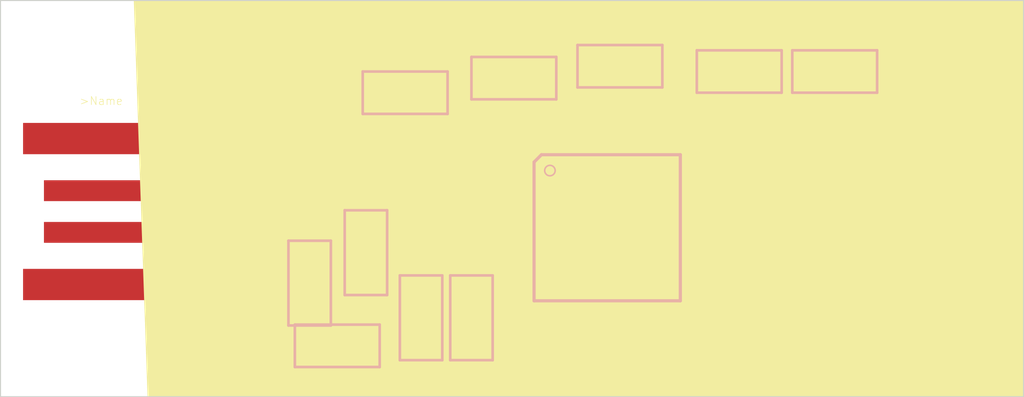
<source format=kicad_pcb>
(kicad_pcb (version 20171130) (host pcbnew "(5.1.4-0-10_14)")

  (general
    (thickness 1.6)
    (drawings 7)
    (tracks 201)
    (zones 0)
    (modules 15)
    (nets 40)
  )

  (page A4)
  (layers
    (0 F.Cu signal)
    (31 B.Cu signal)
    (32 B.Adhes user hide)
    (33 F.Adhes user hide)
    (34 B.Paste user hide)
    (35 F.Paste user hide)
    (36 B.SilkS user hide)
    (37 F.SilkS user hide)
    (38 B.Mask user hide)
    (39 F.Mask user hide)
    (40 Dwgs.User user hide)
    (41 Cmts.User user hide)
    (42 Eco1.User user)
    (43 Eco2.User user hide)
    (44 Edge.Cuts user)
    (45 Margin user hide)
    (46 B.CrtYd user hide)
    (47 F.CrtYd user hide)
    (48 B.Fab user hide)
    (49 F.Fab user hide)
  )

  (setup
    (last_trace_width 0.25)
    (trace_clearance 0.3)
    (zone_clearance 0.508)
    (zone_45_only no)
    (trace_min 0.2)
    (via_size 0.8)
    (via_drill 0.4)
    (via_min_size 0.4)
    (via_min_drill 0.3)
    (uvia_size 0.3)
    (uvia_drill 0.1)
    (uvias_allowed no)
    (uvia_min_size 0.2)
    (uvia_min_drill 0.1)
    (edge_width 0.05)
    (segment_width 0.2)
    (pcb_text_width 0.3)
    (pcb_text_size 1.5 1.5)
    (mod_edge_width 0.12)
    (mod_text_size 1 1)
    (mod_text_width 0.15)
    (pad_size 0.38 1)
    (pad_drill 0)
    (pad_to_mask_clearance 0.051)
    (solder_mask_min_width 0.25)
    (aux_axis_origin 0 0)
    (visible_elements FFFFFF7F)
    (pcbplotparams
      (layerselection 0x010fc_ffffffff)
      (usegerberextensions false)
      (usegerberattributes false)
      (usegerberadvancedattributes false)
      (creategerberjobfile false)
      (excludeedgelayer true)
      (linewidth 0.100000)
      (plotframeref false)
      (viasonmask false)
      (mode 1)
      (useauxorigin false)
      (hpglpennumber 1)
      (hpglpenspeed 20)
      (hpglpendiameter 15.000000)
      (psnegative false)
      (psa4output false)
      (plotreference true)
      (plotvalue true)
      (plotinvisibletext false)
      (padsonsilk false)
      (subtractmaskfromsilk false)
      (outputformat 1)
      (mirror false)
      (drillshape 1)
      (scaleselection 1)
      (outputdirectory ""))
  )

  (net 0 "")
  (net 1 GND)
  (net 2 VCC)
  (net 3 "Net-(C2-Pad2)")
  (net 4 "Net-(IC1-Pad30)")
  (net 5 "Net-(IC1-Pad29)")
  (net 6 "Net-(IC1-Pad26)")
  (net 7 "Net-(IC1-Pad25)")
  (net 8 /RST)
  (net 9 "Net-(IC1-Pad23)")
  (net 10 "Net-(IC1-Pad22)")
  (net 11 "Net-(IC1-Pad21)")
  (net 12 "Net-(IC1-Pad20)")
  (net 13 "Net-(IC1-Pad19)")
  (net 14 "Net-(IC1-Pad18)")
  (net 15 /MISO)
  (net 16 /MOSI)
  (net 17 /SCK)
  (net 18 "Net-(IC1-Pad14)")
  (net 19 "Net-(IC1-Pad13)")
  (net 20 "Net-(IC1-Pad12)")
  (net 21 "Net-(IC1-Pad11)")
  (net 22 "Net-(IC1-Pad10)")
  (net 23 "Net-(IC1-Pad9)")
  (net 24 "Net-(IC1-Pad8)")
  (net 25 "Net-(IC1-Pad7)")
  (net 26 "Net-(IC1-Pad6)")
  (net 27 "Net-(IC1-Pad5)")
  (net 28 "Net-(IC1-Pad2)")
  (net 29 "Net-(IC1-Pad1)")
  (net 30 "Net-(M4-Pad6)")
  (net 31 "Net-(M4-Pad5)")
  (net 32 "Net-(M4-Pad4)")
  (net 33 "Net-(M4-Pad2)")
  (net 34 "Net-(J2-Pad3)")
  (net 35 "Net-(J2-Pad2)")
  (net 36 "Net-(LED1-Pad1)")
  (net 37 "Net-(C1-Pad2)")
  (net 38 "Net-(C1-Pad1)")
  (net 39 "Net-(LED1-Pad2)")

  (net_class Default "This is the default net class."
    (clearance 0.3)
    (trace_width 0.25)
    (via_dia 0.8)
    (via_drill 0.4)
    (uvia_dia 0.3)
    (uvia_drill 0.1)
    (add_net /MISO)
    (add_net /MOSI)
    (add_net /RST)
    (add_net /SCK)
    (add_net GND)
    (add_net "Net-(C1-Pad1)")
    (add_net "Net-(C1-Pad2)")
    (add_net "Net-(C2-Pad2)")
    (add_net "Net-(IC1-Pad1)")
    (add_net "Net-(IC1-Pad10)")
    (add_net "Net-(IC1-Pad11)")
    (add_net "Net-(IC1-Pad12)")
    (add_net "Net-(IC1-Pad13)")
    (add_net "Net-(IC1-Pad14)")
    (add_net "Net-(IC1-Pad18)")
    (add_net "Net-(IC1-Pad19)")
    (add_net "Net-(IC1-Pad2)")
    (add_net "Net-(IC1-Pad20)")
    (add_net "Net-(IC1-Pad21)")
    (add_net "Net-(IC1-Pad22)")
    (add_net "Net-(IC1-Pad23)")
    (add_net "Net-(IC1-Pad25)")
    (add_net "Net-(IC1-Pad26)")
    (add_net "Net-(IC1-Pad29)")
    (add_net "Net-(IC1-Pad30)")
    (add_net "Net-(IC1-Pad5)")
    (add_net "Net-(IC1-Pad6)")
    (add_net "Net-(IC1-Pad7)")
    (add_net "Net-(IC1-Pad8)")
    (add_net "Net-(IC1-Pad9)")
    (add_net "Net-(J2-Pad2)")
    (add_net "Net-(J2-Pad3)")
    (add_net "Net-(LED1-Pad1)")
    (add_net "Net-(LED1-Pad2)")
    (add_net "Net-(M4-Pad2)")
    (add_net "Net-(M4-Pad4)")
    (add_net "Net-(M4-Pad5)")
    (add_net "Net-(M4-Pad6)")
    (add_net VCC)
  )

  (module fab:fab-R1206FAB (layer F.Cu) (tedit 200000) (tstamp 5DA2AD27)
    (at 125.5014 74.0918 90)
    (path /5DA22C5F)
    (attr smd)
    (fp_text reference R6 (at 0.762 -1.778 90) (layer F.SilkS)
      (effects (font (size 1.016 1.016) (thickness 0.1524)))
    )
    (fp_text value 0 (at 1.27 1.778 90) (layer F.SilkS)
      (effects (font (size 1.016 1.016) (thickness 0.1524)))
    )
    (fp_line (start -2.032 1.016) (end -2.032 -1.016) (layer B.SilkS) (width 0.127))
    (fp_line (start 2.032 1.016) (end -2.032 1.016) (layer B.SilkS) (width 0.127))
    (fp_line (start 2.032 -1.016) (end 2.032 1.016) (layer B.SilkS) (width 0.127))
    (fp_line (start -2.032 -1.016) (end 2.032 -1.016) (layer B.SilkS) (width 0.127))
    (pad 2 smd rect (at 1.651 0 90) (size 1.27 1.905) (layers F.Cu F.Paste F.Mask)
      (net 2 VCC))
    (pad 1 smd rect (at -1.651 0 90) (size 1.27 1.905) (layers F.Cu F.Paste F.Mask)
      (net 2 VCC))
  )

  (module usbc:USB-A-PCB (layer F.Cu) (tedit 5DA2A897) (tstamp 5DA2AC63)
    (at 113.03 72.12)
    (descr "Card-edge USB A connector.\n\nFor boards designed to be plugged directly into a USB slot. If possible, ensure that your PCB is about 2.4mm thick to fit snugly.")
    (path /5DA824B0)
    (fp_text reference J2 (at 0 0) (layer F.SilkS) hide
      (effects (font (size 1.27 1.27) (thickness 0.15)))
    )
    (fp_text value USB_A (at 0 0) (layer F.SilkS) hide
      (effects (font (size 1.27 1.27) (thickness 0.15)))
    )
    (fp_line (start -4 -6) (end 7.7 -6) (layer F.Fab) (width 0.127))
    (fp_line (start 7.7 -6) (end 7.7 6) (layer F.Fab) (width 0.127))
    (fp_line (start 7.7 6) (end -4 6) (layer F.Fab) (width 0.127))
    (fp_line (start -4 6) (end -4 -6) (layer F.Fab) (width 0.127))
    (fp_text user >Name (at -1.27 -5.08) (layer F.SilkS)
      (effects (font (size 0.38608 0.38608) (thickness 0.032512)) (justify left bottom))
    )
    (fp_text user >Value (at -1.27 5.08) (layer F.Fab)
      (effects (font (size 0.38608 0.38608) (thickness 0.032512)) (justify left bottom))
    )
    (pad "" smd rect (at 1.55 3.5) (size 11 1.5) (layers F.Cu F.Paste F.Mask)
      (net 2 VCC) (solder_mask_margin 0.1016))
    (pad USB_M smd rect (at 2.05 1) (size 10 1) (layers F.Cu F.Paste F.Mask)
      (net 35 "Net-(J2-Pad2)") (solder_mask_margin 0.1016))
    (pad USB_P smd rect (at 2.05 -1) (size 10 1) (layers F.Cu F.Paste F.Mask)
      (net 34 "Net-(J2-Pad3)") (solder_mask_margin 0.1016))
    (pad GND smd rect (at 1.55 -3.5) (size 11 1.5) (layers F.Cu F.Paste F.Mask)
      (solder_mask_margin 0.1016))
  )

  (module fab:fab-R1206FAB (layer F.Cu) (tedit 200000) (tstamp 5DA2917E)
    (at 122.80646 75.5523 270)
    (path /5DA2DDE9)
    (attr smd)
    (fp_text reference R8 (at 0.762 -1.778 90) (layer F.SilkS)
      (effects (font (size 1.016 1.016) (thickness 0.1524)))
    )
    (fp_text value 1k (at 1.27 1.778 90) (layer F.SilkS)
      (effects (font (size 1.016 1.016) (thickness 0.1524)))
    )
    (fp_line (start -2.032 1.016) (end -2.032 -1.016) (layer B.SilkS) (width 0.127))
    (fp_line (start 2.032 1.016) (end -2.032 1.016) (layer B.SilkS) (width 0.127))
    (fp_line (start 2.032 -1.016) (end 2.032 1.016) (layer B.SilkS) (width 0.127))
    (fp_line (start -2.032 -1.016) (end 2.032 -1.016) (layer B.SilkS) (width 0.127))
    (pad 2 smd rect (at 1.651 0 270) (size 1.27 1.905) (layers F.Cu F.Paste F.Mask)
      (net 39 "Net-(LED1-Pad2)"))
    (pad 1 smd rect (at -1.651 0 270) (size 1.27 1.905) (layers F.Cu F.Paste F.Mask)
      (net 1 GND))
  )

  (module fab:fab-LED1206FAB (layer F.Cu) (tedit 200000) (tstamp 5DA290B0)
    (at 124.1298 78.55966 180)
    (descr "LED1206 FAB STYLE (SMALLER PADS TO ALLOW TRACE BETWEEN)")
    (tags "LED1206 FAB STYLE (SMALLER PADS TO ALLOW TRACE BETWEEN)")
    (path /5DA2A9F6)
    (attr smd)
    (fp_text reference LED1 (at 0.762 -1.778) (layer F.SilkS)
      (effects (font (size 1.016 1.016) (thickness 0.1524)))
    )
    (fp_text value Red (at 1.27 1.778) (layer F.SilkS)
      (effects (font (size 1.016 1.016) (thickness 0.1524)))
    )
    (fp_line (start -2.032 1.016) (end -2.032 -1.016) (layer B.SilkS) (width 0.127))
    (fp_line (start 2.032 1.016) (end -2.032 1.016) (layer B.SilkS) (width 0.127))
    (fp_line (start 2.032 -1.016) (end 2.032 1.016) (layer B.SilkS) (width 0.127))
    (fp_line (start -2.032 -1.016) (end 2.032 -1.016) (layer B.SilkS) (width 0.127))
    (pad 2 smd rect (at 1.651 0 180) (size 1.27 1.905) (layers F.Cu F.Paste F.Mask)
      (net 39 "Net-(LED1-Pad2)"))
    (pad 1 smd rect (at -1.651 0 180) (size 1.27 1.905) (layers F.Cu F.Paste F.Mask)
      (net 2 VCC))
  )

  (module fab:fab-1X06SMD (layer F.Cu) (tedit 200000) (tstamp 5D9F6663)
    (at 153.797 71.374)
    (path /5D9FB979)
    (attr smd)
    (fp_text reference M4 (at -2.54 0 90) (layer F.SilkS)
      (effects (font (size 1.27 1.27) (thickness 0.1016)))
    )
    (fp_text value FTDI-SMD-HEADER (at 0 0) (layer F.SilkS)
      (effects (font (size 1.27 1.27) (thickness 0.15)))
    )
    (pad 6 smd rect (at 0 6.35) (size 2.54 1.27) (layers F.Cu F.Paste F.Mask)
      (net 30 "Net-(M4-Pad6)"))
    (pad 5 smd rect (at 0 3.81) (size 2.54 1.27) (layers F.Cu F.Paste F.Mask)
      (net 31 "Net-(M4-Pad5)"))
    (pad 4 smd rect (at 0 1.27) (size 2.54 1.27) (layers F.Cu F.Paste F.Mask)
      (net 32 "Net-(M4-Pad4)"))
    (pad 3 smd rect (at 0 -1.27) (size 2.54 1.27) (layers F.Cu F.Paste F.Mask)
      (net 2 VCC))
    (pad 2 smd rect (at 0 -3.81) (size 2.54 1.27) (layers F.Cu F.Paste F.Mask)
      (net 33 "Net-(M4-Pad2)"))
    (pad 1 smd rect (at 0 -6.35) (size 2.54 1.27) (layers F.Cu F.Paste F.Mask)
      (net 1 GND))
  )

  (module fab:fab-TQFP32-08THIN (layer F.Cu) (tedit 200000) (tstamp 5D9F6635)
    (at 137.0584 72.898)
    (path /5D9F5E52)
    (attr smd)
    (fp_text reference IC1 (at -0.7366 -5.4864) (layer F.SilkS)
      (effects (font (size 0.8128 0.8128) (thickness 0.0762)))
    )
    (fp_text value ATMEGA16U2-TQ (at -0.5842 0.8636) (layer F.SilkS)
      (effects (font (size 0.8128 0.8128) (thickness 0.0762)))
    )
    (fp_circle (center -2.7432 -2.7432) (end -2.921 -2.921) (layer B.SilkS) (width 0.0762))
    (fp_line (start -3.1496 -3.50266) (end -3.50266 -3.1496) (layer B.SilkS) (width 0.1524))
    (fp_line (start -3.1496 -3.50266) (end 3.50266 -3.50266) (layer B.SilkS) (width 0.1524))
    (fp_line (start -3.50266 3.50266) (end -3.50266 -3.1496) (layer B.SilkS) (width 0.1524))
    (fp_line (start 3.50266 3.50266) (end -3.50266 3.50266) (layer B.SilkS) (width 0.1524))
    (fp_line (start 3.50266 -3.50266) (end 3.50266 3.50266) (layer B.SilkS) (width 0.1524))
    (fp_line (start -3.02768 -3.556) (end -3.02768 -4.5466) (layer F.SilkS) (width 0.06604))
    (fp_line (start -3.02768 -4.5466) (end -2.57048 -4.5466) (layer F.SilkS) (width 0.06604))
    (fp_line (start -2.57048 -3.556) (end -2.57048 -4.5466) (layer F.SilkS) (width 0.06604))
    (fp_line (start -3.02768 -3.556) (end -2.57048 -3.556) (layer F.SilkS) (width 0.06604))
    (fp_line (start -2.22758 -3.556) (end -2.22758 -4.5466) (layer F.SilkS) (width 0.06604))
    (fp_line (start -2.22758 -4.5466) (end -1.77038 -4.5466) (layer F.SilkS) (width 0.06604))
    (fp_line (start -1.77038 -3.556) (end -1.77038 -4.5466) (layer F.SilkS) (width 0.06604))
    (fp_line (start -2.22758 -3.556) (end -1.77038 -3.556) (layer F.SilkS) (width 0.06604))
    (fp_line (start -1.42748 -3.556) (end -1.42748 -4.5466) (layer F.SilkS) (width 0.06604))
    (fp_line (start -1.42748 -4.5466) (end -0.97028 -4.5466) (layer F.SilkS) (width 0.06604))
    (fp_line (start -0.97028 -3.556) (end -0.97028 -4.5466) (layer F.SilkS) (width 0.06604))
    (fp_line (start -1.42748 -3.556) (end -0.97028 -3.556) (layer F.SilkS) (width 0.06604))
    (fp_line (start -0.62738 -3.556) (end -0.62738 -4.5466) (layer F.SilkS) (width 0.06604))
    (fp_line (start -0.62738 -4.5466) (end -0.17018 -4.5466) (layer F.SilkS) (width 0.06604))
    (fp_line (start -0.17018 -3.556) (end -0.17018 -4.5466) (layer F.SilkS) (width 0.06604))
    (fp_line (start -0.62738 -3.556) (end -0.17018 -3.556) (layer F.SilkS) (width 0.06604))
    (fp_line (start 0.17018 -3.556) (end 0.17018 -4.5466) (layer F.SilkS) (width 0.06604))
    (fp_line (start 0.17018 -4.5466) (end 0.62738 -4.5466) (layer F.SilkS) (width 0.06604))
    (fp_line (start 0.62738 -3.556) (end 0.62738 -4.5466) (layer F.SilkS) (width 0.06604))
    (fp_line (start 0.17018 -3.556) (end 0.62738 -3.556) (layer F.SilkS) (width 0.06604))
    (fp_line (start 0.97028 -3.556) (end 0.97028 -4.5466) (layer F.SilkS) (width 0.06604))
    (fp_line (start 0.97028 -4.5466) (end 1.42748 -4.5466) (layer F.SilkS) (width 0.06604))
    (fp_line (start 1.42748 -3.556) (end 1.42748 -4.5466) (layer F.SilkS) (width 0.06604))
    (fp_line (start 0.97028 -3.556) (end 1.42748 -3.556) (layer F.SilkS) (width 0.06604))
    (fp_line (start 1.77038 -3.556) (end 1.77038 -4.5466) (layer F.SilkS) (width 0.06604))
    (fp_line (start 1.77038 -4.5466) (end 2.22758 -4.5466) (layer F.SilkS) (width 0.06604))
    (fp_line (start 2.22758 -3.556) (end 2.22758 -4.5466) (layer F.SilkS) (width 0.06604))
    (fp_line (start 1.77038 -3.556) (end 2.22758 -3.556) (layer F.SilkS) (width 0.06604))
    (fp_line (start 2.57048 -3.556) (end 2.57048 -4.5466) (layer F.SilkS) (width 0.06604))
    (fp_line (start 2.57048 -4.5466) (end 3.02768 -4.5466) (layer F.SilkS) (width 0.06604))
    (fp_line (start 3.02768 -3.556) (end 3.02768 -4.5466) (layer F.SilkS) (width 0.06604))
    (fp_line (start 2.57048 -3.556) (end 3.02768 -3.556) (layer F.SilkS) (width 0.06604))
    (fp_line (start 3.556 -2.57048) (end 3.556 -3.02768) (layer F.SilkS) (width 0.06604))
    (fp_line (start 3.556 -3.02768) (end 4.5466 -3.02768) (layer F.SilkS) (width 0.06604))
    (fp_line (start 4.5466 -2.57048) (end 4.5466 -3.02768) (layer F.SilkS) (width 0.06604))
    (fp_line (start 3.556 -2.57048) (end 4.5466 -2.57048) (layer F.SilkS) (width 0.06604))
    (fp_line (start 3.556 -1.77038) (end 3.556 -2.22758) (layer F.SilkS) (width 0.06604))
    (fp_line (start 3.556 -2.22758) (end 4.5466 -2.22758) (layer F.SilkS) (width 0.06604))
    (fp_line (start 4.5466 -1.77038) (end 4.5466 -2.22758) (layer F.SilkS) (width 0.06604))
    (fp_line (start 3.556 -1.77038) (end 4.5466 -1.77038) (layer F.SilkS) (width 0.06604))
    (fp_line (start 3.556 -0.97028) (end 3.556 -1.42748) (layer F.SilkS) (width 0.06604))
    (fp_line (start 3.556 -1.42748) (end 4.5466 -1.42748) (layer F.SilkS) (width 0.06604))
    (fp_line (start 4.5466 -0.97028) (end 4.5466 -1.42748) (layer F.SilkS) (width 0.06604))
    (fp_line (start 3.556 -0.97028) (end 4.5466 -0.97028) (layer F.SilkS) (width 0.06604))
    (fp_line (start 3.556 -0.17018) (end 3.556 -0.62738) (layer F.SilkS) (width 0.06604))
    (fp_line (start 3.556 -0.62738) (end 4.5466 -0.62738) (layer F.SilkS) (width 0.06604))
    (fp_line (start 4.5466 -0.17018) (end 4.5466 -0.62738) (layer F.SilkS) (width 0.06604))
    (fp_line (start 3.556 -0.17018) (end 4.5466 -0.17018) (layer F.SilkS) (width 0.06604))
    (fp_line (start 3.556 0.62738) (end 3.556 0.17018) (layer F.SilkS) (width 0.06604))
    (fp_line (start 3.556 0.17018) (end 4.5466 0.17018) (layer F.SilkS) (width 0.06604))
    (fp_line (start 4.5466 0.62738) (end 4.5466 0.17018) (layer F.SilkS) (width 0.06604))
    (fp_line (start 3.556 0.62738) (end 4.5466 0.62738) (layer F.SilkS) (width 0.06604))
    (fp_line (start 3.556 1.42748) (end 3.556 0.97028) (layer F.SilkS) (width 0.06604))
    (fp_line (start 3.556 0.97028) (end 4.5466 0.97028) (layer F.SilkS) (width 0.06604))
    (fp_line (start 4.5466 1.42748) (end 4.5466 0.97028) (layer F.SilkS) (width 0.06604))
    (fp_line (start 3.556 1.42748) (end 4.5466 1.42748) (layer F.SilkS) (width 0.06604))
    (fp_line (start 3.556 2.22758) (end 3.556 1.77038) (layer F.SilkS) (width 0.06604))
    (fp_line (start 3.556 1.77038) (end 4.5466 1.77038) (layer F.SilkS) (width 0.06604))
    (fp_line (start 4.5466 2.22758) (end 4.5466 1.77038) (layer F.SilkS) (width 0.06604))
    (fp_line (start 3.556 2.22758) (end 4.5466 2.22758) (layer F.SilkS) (width 0.06604))
    (fp_line (start 3.556 3.02768) (end 3.556 2.57048) (layer F.SilkS) (width 0.06604))
    (fp_line (start 3.556 2.57048) (end 4.5466 2.57048) (layer F.SilkS) (width 0.06604))
    (fp_line (start 4.5466 3.02768) (end 4.5466 2.57048) (layer F.SilkS) (width 0.06604))
    (fp_line (start 3.556 3.02768) (end 4.5466 3.02768) (layer F.SilkS) (width 0.06604))
    (fp_line (start 2.57048 4.5466) (end 2.57048 3.556) (layer F.SilkS) (width 0.06604))
    (fp_line (start 2.57048 3.556) (end 3.02768 3.556) (layer F.SilkS) (width 0.06604))
    (fp_line (start 3.02768 4.5466) (end 3.02768 3.556) (layer F.SilkS) (width 0.06604))
    (fp_line (start 2.57048 4.5466) (end 3.02768 4.5466) (layer F.SilkS) (width 0.06604))
    (fp_line (start 1.77038 4.5466) (end 1.77038 3.556) (layer F.SilkS) (width 0.06604))
    (fp_line (start 1.77038 3.556) (end 2.22758 3.556) (layer F.SilkS) (width 0.06604))
    (fp_line (start 2.22758 4.5466) (end 2.22758 3.556) (layer F.SilkS) (width 0.06604))
    (fp_line (start 1.77038 4.5466) (end 2.22758 4.5466) (layer F.SilkS) (width 0.06604))
    (fp_line (start 0.97028 4.5466) (end 0.97028 3.556) (layer F.SilkS) (width 0.06604))
    (fp_line (start 0.97028 3.556) (end 1.42748 3.556) (layer F.SilkS) (width 0.06604))
    (fp_line (start 1.42748 4.5466) (end 1.42748 3.556) (layer F.SilkS) (width 0.06604))
    (fp_line (start 0.97028 4.5466) (end 1.42748 4.5466) (layer F.SilkS) (width 0.06604))
    (fp_line (start 0.17018 4.5466) (end 0.17018 3.556) (layer F.SilkS) (width 0.06604))
    (fp_line (start 0.17018 3.556) (end 0.62738 3.556) (layer F.SilkS) (width 0.06604))
    (fp_line (start 0.62738 4.5466) (end 0.62738 3.556) (layer F.SilkS) (width 0.06604))
    (fp_line (start 0.17018 4.5466) (end 0.62738 4.5466) (layer F.SilkS) (width 0.06604))
    (fp_line (start -0.62738 4.5466) (end -0.62738 3.556) (layer F.SilkS) (width 0.06604))
    (fp_line (start -0.62738 3.556) (end -0.17018 3.556) (layer F.SilkS) (width 0.06604))
    (fp_line (start -0.17018 4.5466) (end -0.17018 3.556) (layer F.SilkS) (width 0.06604))
    (fp_line (start -0.62738 4.5466) (end -0.17018 4.5466) (layer F.SilkS) (width 0.06604))
    (fp_line (start -1.42748 4.5466) (end -1.42748 3.556) (layer F.SilkS) (width 0.06604))
    (fp_line (start -1.42748 3.556) (end -0.97028 3.556) (layer F.SilkS) (width 0.06604))
    (fp_line (start -0.97028 4.5466) (end -0.97028 3.556) (layer F.SilkS) (width 0.06604))
    (fp_line (start -1.42748 4.5466) (end -0.97028 4.5466) (layer F.SilkS) (width 0.06604))
    (fp_line (start -2.22758 4.5466) (end -2.22758 3.556) (layer F.SilkS) (width 0.06604))
    (fp_line (start -2.22758 3.556) (end -1.77038 3.556) (layer F.SilkS) (width 0.06604))
    (fp_line (start -1.77038 4.5466) (end -1.77038 3.556) (layer F.SilkS) (width 0.06604))
    (fp_line (start -2.22758 4.5466) (end -1.77038 4.5466) (layer F.SilkS) (width 0.06604))
    (fp_line (start -3.02768 4.5466) (end -3.02768 3.556) (layer F.SilkS) (width 0.06604))
    (fp_line (start -3.02768 3.556) (end -2.57048 3.556) (layer F.SilkS) (width 0.06604))
    (fp_line (start -2.57048 4.5466) (end -2.57048 3.556) (layer F.SilkS) (width 0.06604))
    (fp_line (start -3.02768 4.5466) (end -2.57048 4.5466) (layer F.SilkS) (width 0.06604))
    (fp_line (start -4.5466 3.02768) (end -4.5466 2.57048) (layer F.SilkS) (width 0.06604))
    (fp_line (start -4.5466 2.57048) (end -3.556 2.57048) (layer F.SilkS) (width 0.06604))
    (fp_line (start -3.556 3.02768) (end -3.556 2.57048) (layer F.SilkS) (width 0.06604))
    (fp_line (start -4.5466 3.02768) (end -3.556 3.02768) (layer F.SilkS) (width 0.06604))
    (fp_line (start -4.5466 2.22758) (end -4.5466 1.77038) (layer F.SilkS) (width 0.06604))
    (fp_line (start -4.5466 1.77038) (end -3.556 1.77038) (layer F.SilkS) (width 0.06604))
    (fp_line (start -3.556 2.22758) (end -3.556 1.77038) (layer F.SilkS) (width 0.06604))
    (fp_line (start -4.5466 2.22758) (end -3.556 2.22758) (layer F.SilkS) (width 0.06604))
    (fp_line (start -4.5466 1.42748) (end -4.5466 0.97028) (layer F.SilkS) (width 0.06604))
    (fp_line (start -4.5466 0.97028) (end -3.556 0.97028) (layer F.SilkS) (width 0.06604))
    (fp_line (start -3.556 1.42748) (end -3.556 0.97028) (layer F.SilkS) (width 0.06604))
    (fp_line (start -4.5466 1.42748) (end -3.556 1.42748) (layer F.SilkS) (width 0.06604))
    (fp_line (start -4.5466 0.62738) (end -4.5466 0.17018) (layer F.SilkS) (width 0.06604))
    (fp_line (start -4.5466 0.17018) (end -3.556 0.17018) (layer F.SilkS) (width 0.06604))
    (fp_line (start -3.556 0.62738) (end -3.556 0.17018) (layer F.SilkS) (width 0.06604))
    (fp_line (start -4.5466 0.62738) (end -3.556 0.62738) (layer F.SilkS) (width 0.06604))
    (fp_line (start -4.5466 -0.17018) (end -4.5466 -0.62738) (layer F.SilkS) (width 0.06604))
    (fp_line (start -4.5466 -0.62738) (end -3.556 -0.62738) (layer F.SilkS) (width 0.06604))
    (fp_line (start -3.556 -0.17018) (end -3.556 -0.62738) (layer F.SilkS) (width 0.06604))
    (fp_line (start -4.5466 -0.17018) (end -3.556 -0.17018) (layer F.SilkS) (width 0.06604))
    (fp_line (start -4.5466 -0.97028) (end -4.5466 -1.42748) (layer F.SilkS) (width 0.06604))
    (fp_line (start -4.5466 -1.42748) (end -3.556 -1.42748) (layer F.SilkS) (width 0.06604))
    (fp_line (start -3.556 -0.97028) (end -3.556 -1.42748) (layer F.SilkS) (width 0.06604))
    (fp_line (start -4.5466 -0.97028) (end -3.556 -0.97028) (layer F.SilkS) (width 0.06604))
    (fp_line (start -4.5466 -1.77038) (end -4.5466 -2.22758) (layer F.SilkS) (width 0.06604))
    (fp_line (start -4.5466 -2.22758) (end -3.556 -2.22758) (layer F.SilkS) (width 0.06604))
    (fp_line (start -3.556 -1.77038) (end -3.556 -2.22758) (layer F.SilkS) (width 0.06604))
    (fp_line (start -4.5466 -1.77038) (end -3.556 -1.77038) (layer F.SilkS) (width 0.06604))
    (fp_line (start -4.5466 -2.57048) (end -4.5466 -3.02768) (layer F.SilkS) (width 0.06604))
    (fp_line (start -4.5466 -3.02768) (end -3.556 -3.02768) (layer F.SilkS) (width 0.06604))
    (fp_line (start -3.556 -2.57048) (end -3.556 -3.02768) (layer F.SilkS) (width 0.06604))
    (fp_line (start -4.5466 -2.57048) (end -3.556 -2.57048) (layer F.SilkS) (width 0.06604))
    (pad 32 smd rect (at -2.79908 -4.36626) (size 0.3556 1.1176) (layers F.Cu F.Paste F.Mask)
      (net 2 VCC))
    (pad 31 smd rect (at -1.99898 -4.2926) (size 0.3556 1.27) (layers F.Cu F.Paste F.Mask)
      (net 2 VCC))
    (pad 30 smd rect (at -1.19888 -4.2926) (size 0.34798 1.27) (layers F.Cu F.Paste F.Mask)
      (net 4 "Net-(IC1-Pad30)"))
    (pad 29 smd rect (at -0.39878 -4.2926) (size 0.34798 1.27) (layers F.Cu F.Paste F.Mask)
      (net 5 "Net-(IC1-Pad29)"))
    (pad 28 smd rect (at 0.39878 -4.2926) (size 0.34798 1.27) (layers F.Cu F.Paste F.Mask)
      (net 1 GND))
    (pad 27 smd rect (at 1.19888 -4.2926) (size 0.3556 1.27) (layers F.Cu F.Paste F.Mask)
      (net 3 "Net-(C2-Pad2)"))
    (pad 26 smd rect (at 1.99898 -4.2926) (size 0.3556 1.27) (layers F.Cu F.Paste F.Mask)
      (net 6 "Net-(IC1-Pad26)"))
    (pad 25 smd rect (at 2.79908 -4.36626) (size 0.3556 1.1176) (layers F.Cu F.Paste F.Mask)
      (net 7 "Net-(IC1-Pad25)"))
    (pad 24 smd rect (at 4.36626 -2.79908) (size 1.1176 0.3556) (layers F.Cu F.Paste F.Mask)
      (net 8 /RST))
    (pad 23 smd rect (at 4.2926 -1.99898) (size 1.27 0.3556) (layers F.Cu F.Paste F.Mask)
      (net 9 "Net-(IC1-Pad23)"))
    (pad 22 smd rect (at 4.2926 -1.19888) (size 1.27 0.3556) (layers F.Cu F.Paste F.Mask)
      (net 10 "Net-(IC1-Pad22)"))
    (pad 21 smd rect (at 4.2926 -0.39878) (size 1.27 0.3556) (layers F.Cu F.Paste F.Mask)
      (net 11 "Net-(IC1-Pad21)"))
    (pad 20 smd rect (at 4.2926 0.39878) (size 1.27 0.3556) (layers F.Cu F.Paste F.Mask)
      (net 12 "Net-(IC1-Pad20)"))
    (pad 19 smd rect (at 4.2926 1.19888) (size 1.27 0.3556) (layers F.Cu F.Paste F.Mask)
      (net 13 "Net-(IC1-Pad19)"))
    (pad 18 smd rect (at 4.2926 1.99898) (size 1.27 0.3556) (layers F.Cu F.Paste F.Mask)
      (net 14 "Net-(IC1-Pad18)"))
    (pad 17 smd rect (at 4.36626 2.79908) (size 1.1176 0.3556) (layers F.Cu F.Paste F.Mask)
      (net 15 /MISO))
    (pad 16 smd rect (at 2.79908 4.36626) (size 0.3556 1.1176) (layers F.Cu F.Paste F.Mask)
      (net 16 /MOSI))
    (pad 15 smd rect (at 1.99898 4.2926) (size 0.3556 1.27) (layers F.Cu F.Paste F.Mask)
      (net 17 /SCK))
    (pad 14 smd rect (at 1.19888 4.2926) (size 0.3556 1.27) (layers F.Cu F.Paste F.Mask)
      (net 18 "Net-(IC1-Pad14)"))
    (pad 13 smd rect (at 0.39878 4.2926) (size 0.34798 1.27) (layers F.Cu F.Paste F.Mask)
      (net 19 "Net-(IC1-Pad13)"))
    (pad 12 smd rect (at -0.39878 4.2926) (size 0.34798 1.27) (layers F.Cu F.Paste F.Mask)
      (net 20 "Net-(IC1-Pad12)"))
    (pad 11 smd rect (at -1.19888 4.2926) (size 0.34798 1.27) (layers F.Cu F.Paste F.Mask)
      (net 21 "Net-(IC1-Pad11)"))
    (pad 10 smd rect (at -1.99898 4.2926) (size 0.3556 1.27) (layers F.Cu F.Paste F.Mask)
      (net 22 "Net-(IC1-Pad10)"))
    (pad 9 smd rect (at -2.79908 4.36626) (size 0.3556 1.1176) (layers F.Cu F.Paste F.Mask)
      (net 23 "Net-(IC1-Pad9)"))
    (pad 8 smd rect (at -4.36626 2.79908) (size 1.1176 0.3556) (layers F.Cu F.Paste F.Mask)
      (net 24 "Net-(IC1-Pad8)"))
    (pad 7 smd rect (at -4.2926 1.99898) (size 1.27 0.3556) (layers F.Cu F.Paste F.Mask)
      (net 25 "Net-(IC1-Pad7)"))
    (pad 6 smd rect (at -4.2926 1.19888) (size 1.27 0.3556) (layers F.Cu F.Paste F.Mask)
      (net 26 "Net-(IC1-Pad6)"))
    (pad 5 smd rect (at -4.2926 0.39878) (size 1.27 0.3556) (layers F.Cu F.Paste F.Mask)
      (net 27 "Net-(IC1-Pad5)"))
    (pad 4 smd rect (at -4.2926 -0.39878) (size 1.27 0.3556) (layers F.Cu F.Paste F.Mask)
      (net 2 VCC))
    (pad 3 smd rect (at -4.2926 -1.19888) (size 1.27 0.3556) (layers F.Cu F.Paste F.Mask)
      (net 1 GND))
    (pad 2 smd rect (at -4.2926 -1.99898) (size 1.27 0.3556) (layers F.Cu F.Paste F.Mask)
      (net 28 "Net-(IC1-Pad2)"))
    (pad 1 smd rect (at -4.36626 -2.79908) (size 1.1176 0.3556) (layers F.Cu F.Paste F.Mask)
      (net 29 "Net-(IC1-Pad1)"))
  )

  (module fab:fab-R1206FAB (layer F.Cu) (tedit 200000) (tstamp 5D9F6695)
    (at 128.143 77.216 270)
    (path /5DA2D4BB)
    (attr smd)
    (fp_text reference R5 (at 0.762 -1.778 90) (layer F.SilkS)
      (effects (font (size 1.016 1.016) (thickness 0.1524)))
    )
    (fp_text value 499 (at 1.27 1.778 90) (layer F.SilkS)
      (effects (font (size 1.016 1.016) (thickness 0.1524)))
    )
    (fp_line (start -2.032 1.016) (end -2.032 -1.016) (layer B.SilkS) (width 0.127))
    (fp_line (start 2.032 1.016) (end -2.032 1.016) (layer B.SilkS) (width 0.127))
    (fp_line (start 2.032 -1.016) (end 2.032 1.016) (layer B.SilkS) (width 0.127))
    (fp_line (start -2.032 -1.016) (end 2.032 -1.016) (layer B.SilkS) (width 0.127))
    (pad 2 smd rect (at 1.651 0 270) (size 1.27 1.905) (layers F.Cu F.Paste F.Mask)
      (net 32 "Net-(M4-Pad4)"))
    (pad 1 smd rect (at -1.651 0 270) (size 1.27 1.905) (layers F.Cu F.Paste F.Mask)
      (net 23 "Net-(IC1-Pad9)"))
  )

  (module fab:fab-R1206FAB (layer F.Cu) (tedit 200000) (tstamp 5D9F668B)
    (at 130.556 77.216 270)
    (path /5DA2C2E6)
    (attr smd)
    (fp_text reference R4 (at 0.762 -1.778 90) (layer F.SilkS)
      (effects (font (size 1.016 1.016) (thickness 0.1524)))
    )
    (fp_text value 499 (at 1.27 1.778 90) (layer F.SilkS)
      (effects (font (size 1.016 1.016) (thickness 0.1524)))
    )
    (fp_line (start -2.032 1.016) (end -2.032 -1.016) (layer B.SilkS) (width 0.127))
    (fp_line (start 2.032 1.016) (end -2.032 1.016) (layer B.SilkS) (width 0.127))
    (fp_line (start 2.032 -1.016) (end 2.032 1.016) (layer B.SilkS) (width 0.127))
    (fp_line (start -2.032 -1.016) (end 2.032 -1.016) (layer B.SilkS) (width 0.127))
    (pad 2 smd rect (at 1.651 0 270) (size 1.27 1.905) (layers F.Cu F.Paste F.Mask)
      (net 31 "Net-(M4-Pad5)"))
    (pad 1 smd rect (at -1.651 0 270) (size 1.27 1.905) (layers F.Cu F.Paste F.Mask)
      (net 24 "Net-(IC1-Pad8)"))
  )

  (module fab:fab-R1206FAB (layer F.Cu) (tedit 200000) (tstamp 5D9F6681)
    (at 143.383 65.405 180)
    (path /5D9FD1C4)
    (attr smd)
    (fp_text reference R3 (at 0.762 -1.778) (layer F.SilkS)
      (effects (font (size 1.016 1.016) (thickness 0.1524)))
    )
    (fp_text value 10k (at 1.27 1.778) (layer F.SilkS)
      (effects (font (size 1.016 1.016) (thickness 0.1524)))
    )
    (fp_line (start -2.032 1.016) (end -2.032 -1.016) (layer B.SilkS) (width 0.127))
    (fp_line (start 2.032 1.016) (end -2.032 1.016) (layer B.SilkS) (width 0.127))
    (fp_line (start 2.032 -1.016) (end 2.032 1.016) (layer B.SilkS) (width 0.127))
    (fp_line (start -2.032 -1.016) (end 2.032 -1.016) (layer B.SilkS) (width 0.127))
    (pad 2 smd rect (at 1.651 0 180) (size 1.27 1.905) (layers F.Cu F.Paste F.Mask)
      (net 8 /RST))
    (pad 1 smd rect (at -1.651 0 180) (size 1.27 1.905) (layers F.Cu F.Paste F.Mask)
      (net 2 VCC))
  )

  (module fab:fab-R1206FAB (layer F.Cu) (tedit 200000) (tstamp 5D9F6677)
    (at 127.381 66.421)
    (path /5DA05CD8)
    (attr smd)
    (fp_text reference R2 (at 0.762 -1.778) (layer F.SilkS)
      (effects (font (size 1.016 1.016) (thickness 0.1524)))
    )
    (fp_text value 22 (at 1.27 1.778) (layer F.SilkS)
      (effects (font (size 1.016 1.016) (thickness 0.1524)))
    )
    (fp_line (start -2.032 1.016) (end -2.032 -1.016) (layer B.SilkS) (width 0.127))
    (fp_line (start 2.032 1.016) (end -2.032 1.016) (layer B.SilkS) (width 0.127))
    (fp_line (start 2.032 -1.016) (end 2.032 1.016) (layer B.SilkS) (width 0.127))
    (fp_line (start -2.032 -1.016) (end 2.032 -1.016) (layer B.SilkS) (width 0.127))
    (pad 2 smd rect (at 1.651 0) (size 1.27 1.905) (layers F.Cu F.Paste F.Mask)
      (net 4 "Net-(IC1-Pad30)"))
    (pad 1 smd rect (at -1.651 0) (size 1.27 1.905) (layers F.Cu F.Paste F.Mask)
      (net 35 "Net-(J2-Pad2)"))
  )

  (module fab:fab-R1206FAB (layer F.Cu) (tedit 200000) (tstamp 5D9F666D)
    (at 132.588 65.7225)
    (path /5DA058ED)
    (attr smd)
    (fp_text reference R1 (at 0.762 -1.778) (layer F.SilkS)
      (effects (font (size 1.016 1.016) (thickness 0.1524)))
    )
    (fp_text value 22 (at 1.27 1.778) (layer F.SilkS)
      (effects (font (size 1.016 1.016) (thickness 0.1524)))
    )
    (fp_line (start -2.032 1.016) (end -2.032 -1.016) (layer B.SilkS) (width 0.127))
    (fp_line (start 2.032 1.016) (end -2.032 1.016) (layer B.SilkS) (width 0.127))
    (fp_line (start 2.032 -1.016) (end 2.032 1.016) (layer B.SilkS) (width 0.127))
    (fp_line (start -2.032 -1.016) (end 2.032 -1.016) (layer B.SilkS) (width 0.127))
    (pad 2 smd rect (at 1.651 0) (size 1.27 1.905) (layers F.Cu F.Paste F.Mask)
      (net 5 "Net-(IC1-Pad29)"))
    (pad 1 smd rect (at -1.651 0) (size 1.27 1.905) (layers F.Cu F.Paste F.Mask)
      (net 34 "Net-(J2-Pad3)"))
  )

  (module fab:fab-2X03SMD (layer F.Cu) (tedit 200000) (tstamp 5D9F6659)
    (at 146.685 72.39 90)
    (path /5D9FAF90)
    (attr smd)
    (fp_text reference M3 (at -0.635 -4.445 90) (layer F.SilkS)
      (effects (font (size 1.27 1.27) (thickness 0.1016)))
    )
    (fp_text value ISP (at 0 4.445 90) (layer F.SilkS)
      (effects (font (size 1.27 1.27) (thickness 0.1016)))
    )
    (pad 6 smd rect (at 2.91846 2.54 90) (size 2.54 1.27) (layers F.Cu F.Paste F.Mask)
      (net 1 GND))
    (pad 5 smd rect (at -2.54 2.54 90) (size 2.54 1.27) (layers F.Cu F.Paste F.Mask)
      (net 8 /RST))
    (pad 4 smd rect (at 2.91846 0 90) (size 2.54 1.27) (layers F.Cu F.Paste F.Mask)
      (net 16 /MOSI))
    (pad 3 smd rect (at -2.54 0 90) (size 2.54 1.27) (layers F.Cu F.Paste F.Mask)
      (net 17 /SCK))
    (pad 2 smd rect (at 2.91846 -2.54 90) (size 2.54 1.27) (layers F.Cu F.Paste F.Mask)
      (net 2 VCC))
    (pad 1 smd rect (at -2.54 -2.54 90) (size 2.54 1.27) (layers F.Cu F.Paste F.Mask)
      (net 15 /MISO))
  )

  (module fab:fab-EFOBM (layer F.Cu) (tedit 200000) (tstamp 5D9F664F)
    (at 128.651 71.12 180)
    (path /5D9F90CC)
    (attr smd)
    (fp_text reference M2 (at 0 0) (layer F.SilkS)
      (effects (font (size 1.27 1.27) (thickness 0.15)))
    )
    (fp_text value XTAL (at 0 0) (layer F.SilkS)
      (effects (font (size 1.27 1.27) (thickness 0.15)))
    )
    (pad 3 smd rect (at 1.34874 0 90) (size 3.8989 0.79756) (layers F.Cu F.Paste F.Mask)
      (net 28 "Net-(IC1-Pad2)"))
    (pad 2 smd rect (at 0 0 90) (size 3.8989 0.79756) (layers F.Cu F.Paste F.Mask)
      (net 1 GND))
    (pad 1 smd rect (at -1.34874 0 270) (size 3.8989 0.79756) (layers F.Cu F.Paste F.Mask)
      (net 29 "Net-(IC1-Pad1)"))
  )

  (module fab:fab-C1206FAB (layer F.Cu) (tedit 200000) (tstamp 5D9F658B)
    (at 137.668 65.151)
    (path /5D9FE32C)
    (attr smd)
    (fp_text reference C2 (at 0.762 -1.778) (layer F.SilkS)
      (effects (font (size 1.016 1.016) (thickness 0.1524)))
    )
    (fp_text value 1uF (at 1.27 1.778) (layer F.SilkS)
      (effects (font (size 1.016 1.016) (thickness 0.1524)))
    )
    (fp_line (start -2.032 1.016) (end -2.032 -1.016) (layer B.SilkS) (width 0.127))
    (fp_line (start 2.032 1.016) (end -2.032 1.016) (layer B.SilkS) (width 0.127))
    (fp_line (start 2.032 -1.016) (end 2.032 1.016) (layer B.SilkS) (width 0.127))
    (fp_line (start -2.032 -1.016) (end 2.032 -1.016) (layer B.SilkS) (width 0.127))
    (pad 2 smd rect (at 1.651 0) (size 1.27 1.905) (layers F.Cu F.Paste F.Mask)
      (net 3 "Net-(C2-Pad2)"))
    (pad 1 smd rect (at -1.651 0) (size 1.27 1.905) (layers F.Cu F.Paste F.Mask)
      (net 1 GND))
  )

  (module fab:fab-C1206FAB (layer F.Cu) (tedit 200000) (tstamp 5D9F6581)
    (at 147.955 65.405)
    (path /5D9FC38F)
    (attr smd)
    (fp_text reference C1 (at 0.762 -1.778) (layer F.SilkS)
      (effects (font (size 1.016 1.016) (thickness 0.1524)))
    )
    (fp_text value 0.1uF (at 1.27 1.778) (layer F.SilkS)
      (effects (font (size 1.016 1.016) (thickness 0.1524)))
    )
    (fp_line (start -2.032 1.016) (end -2.032 -1.016) (layer B.SilkS) (width 0.127))
    (fp_line (start 2.032 1.016) (end -2.032 1.016) (layer B.SilkS) (width 0.127))
    (fp_line (start 2.032 -1.016) (end 2.032 1.016) (layer B.SilkS) (width 0.127))
    (fp_line (start -2.032 -1.016) (end 2.032 -1.016) (layer B.SilkS) (width 0.127))
    (pad 2 smd rect (at 1.651 0) (size 1.27 1.905) (layers F.Cu F.Paste F.Mask)
      (net 37 "Net-(C1-Pad2)"))
    (pad 1 smd rect (at -1.651 0) (size 1.27 1.905) (layers F.Cu F.Paste F.Mask)
      (net 38 "Net-(C1-Pad1)"))
  )

  (gr_line (start 108 62) (end 157 62) (layer Edge.Cuts) (width 0.05) (tstamp 5DA2BCA2))
  (gr_line (start 108 81) (end 108 62) (layer Edge.Cuts) (width 0.05))
  (gr_line (start 157 81) (end 108 81) (layer Edge.Cuts) (width 0.05))
  (gr_line (start 157 62) (end 157 81) (layer Edge.Cuts) (width 0.05))
  (gr_poly (pts (xy 156 80) (xy 121.5 80) (xy 118.5 78) (xy 109 78) (xy 109 66) (xy 118.5 66) (xy 121.5 63) (xy 156 63)) (layer Eco1.User) (width 0.1))
  (dimension 18.104517 (width 0.12) (layer F.SilkS)
    (gr_text "18.105 mm" (at 146.834124 71.870598 -81.52885537) (layer F.SilkS)
      (effects (font (size 1 1) (thickness 0.15)))
    )
    (feature1 (pts (xy 156.083 61.341) (xy 146.176746 62.8164)))
    (feature2 (pts (xy 158.75 79.248) (xy 148.843746 80.7234)))
    (crossbar (pts (xy 149.423769 80.637013) (xy 146.756769 62.730013)))
    (arrow1a (pts (xy 146.756769 62.730013) (xy 147.502739 63.75784)))
    (arrow1b (pts (xy 146.756769 62.730013) (xy 146.342693 63.930613)))
    (arrow2a (pts (xy 149.423769 80.637013) (xy 149.837845 79.436413)))
    (arrow2b (pts (xy 149.423769 80.637013) (xy 148.677799 79.609186)))
  )
  (gr_poly (pts (xy 114.046 50.8) (xy 164.973 50.8) (xy 165.354 102.489) (xy 114.3 101.854) (xy 114.3 103.505) (xy 115.443 91.186)) (layer F.SilkS) (width 0.1))

  (segment (start 149.606 65.405) (end 149.606 65.786) (width 0.25) (layer F.Cu) (net 1))
  (segment (start 153.289 65.405) (end 153.924 64.77) (width 0.25) (layer F.Cu) (net 1))
  (segment (start 149.606 65.405) (end 153.289 65.405) (width 0.25) (layer F.Cu) (net 1))
  (segment (start 149.225 65.786) (end 149.606 65.405) (width 0.25) (layer F.Cu) (net 1))
  (segment (start 149.225 69.47154) (end 149.225 65.786) (width 0.25) (layer F.Cu) (net 1))
  (segment (start 137.43178 67.7204) (end 137.43178 68.6054) (width 0.25) (layer F.Cu) (net 1))
  (segment (start 137.43178 67.13728) (end 137.43178 67.7204) (width 0.25) (layer F.Cu) (net 1))
  (segment (start 136.017 65.7225) (end 137.43178 67.13728) (width 0.25) (layer F.Cu) (net 1))
  (segment (start 136.017 65.405) (end 136.017 65.7225) (width 0.25) (layer F.Cu) (net 1))
  (segment (start 135.22306 71.69912) (end 137.43178 69.4904) (width 0.25) (layer F.Cu) (net 1))
  (segment (start 137.43178 69.4904) (end 137.43178 68.6054) (width 0.25) (layer F.Cu) (net 1))
  (segment (start 132.7404 71.69912) (end 135.22306 71.69912) (width 0.25) (layer F.Cu) (net 1))
  (segment (start 128.94545 73.66) (end 128.651 73.36555) (width 0.25) (layer F.Cu) (net 1))
  (segment (start 128.651 73.36555) (end 128.651 71.12) (width 0.25) (layer F.Cu) (net 1))
  (segment (start 148.721 65.405) (end 149.606 65.405) (width 0.25) (layer F.Cu) (net 1))
  (segment (start 147.197 63.881) (end 148.721 65.405) (width 0.25) (layer F.Cu) (net 1))
  (segment (start 144.145 63.881) (end 147.197 63.881) (width 0.25) (layer F.Cu) (net 1))
  (segment (start 136.525 63.246) (end 143.51 63.246) (width 0.25) (layer F.Cu) (net 1))
  (segment (start 136.017 65.278) (end 136.017 63.754) (width 0.25) (layer F.Cu) (net 1))
  (segment (start 143.51 63.246) (end 144.145 63.881) (width 0.25) (layer F.Cu) (net 1))
  (segment (start 130.937 71.755) (end 130.99288 71.69912) (width 0.25) (layer F.Cu) (net 1))
  (segment (start 130.6195 73.66) (end 130.937 73.3425) (width 0.25) (layer F.Cu) (net 1))
  (segment (start 130.99288 71.69912) (end 132.7404 71.69912) (width 0.25) (layer F.Cu) (net 1))
  (segment (start 130.937 73.3425) (end 130.937 71.755) (width 0.25) (layer F.Cu) (net 1))
  (segment (start 128.94545 73.66) (end 130.6195 73.66) (width 0.25) (layer F.Cu) (net 1))
  (segment (start 124.192749 64.244999) (end 123.42899 65.008758) (width 0.25) (layer F.Cu) (net 1))
  (segment (start 134.637001 64.244999) (end 124.192749 64.244999) (width 0.25) (layer F.Cu) (net 1))
  (segment (start 123.42899 65.008758) (end 123.42899 68.58) (width 0.25) (layer F.Cu) (net 1))
  (segment (start 123.38899 68.62) (end 114.58 68.62) (width 0.25) (layer F.Cu) (net 1))
  (segment (start 123.42899 68.58) (end 123.38899 68.62) (width 0.25) (layer F.Cu) (net 1))
  (segment (start 123.571 73.66) (end 126.365 73.66) (width 0.25) (layer F.Cu) (net 1))
  (segment (start 128.94545 73.66) (end 123.571 73.66) (width 0.25) (layer F.Cu) (net 1))
  (segment (start 123.571 73.66) (end 123.444 73.66) (width 0.25) (layer F.Cu) (net 1))
  (segment (start 135.636 63.246) (end 135.0645 63.8175) (width 0.25) (layer F.Cu) (net 1))
  (segment (start 135.0645 63.8175) (end 134.637001 64.244999) (width 0.25) (layer F.Cu) (net 1))
  (segment (start 136.525 63.246) (end 135.636 63.246) (width 0.25) (layer F.Cu) (net 1))
  (segment (start 135.128 63.754) (end 135.0645 63.8175) (width 0.25) (layer F.Cu) (net 1))
  (segment (start 135.636 63.373) (end 136.017 63.754) (width 0.25) (layer F.Cu) (net 1))
  (segment (start 135.636 63.246) (end 135.636 63.373) (width 0.25) (layer F.Cu) (net 1))
  (segment (start 146.304 65.405) (end 145.034 65.405) (width 0.25) (layer F.Cu) (net 2))
  (segment (start 146.304 65.405) (end 146.304 65.7225) (width 0.25) (layer F.Cu) (net 2))
  (segment (start 144.145 65.409) (end 144.149 65.405) (width 0.25) (layer F.Cu) (net 2))
  (segment (start 144.145 69.47154) (end 144.145 65.409) (width 0.25) (layer F.Cu) (net 2))
  (segment (start 147.955 66.171) (end 147.955 71.247) (width 0.25) (layer F.Cu) (net 2))
  (segment (start 147.189 65.405) (end 147.955 66.171) (width 0.25) (layer F.Cu) (net 2))
  (segment (start 146.304 65.405) (end 147.189 65.405) (width 0.25) (layer F.Cu) (net 2))
  (segment (start 134.96036 68.53174) (end 135.03402 68.6054) (width 0.25) (layer F.Cu) (net 2))
  (segment (start 134.23392 68.53174) (end 134.96036 68.53174) (width 0.25) (layer F.Cu) (net 2))
  (segment (start 146.304 65.0875) (end 146.304 65.405) (width 0.25) (layer F.Cu) (net 2))
  (segment (start 144.149 65.405) (end 145.034 65.405) (width 0.25) (layer F.Cu) (net 2))
  (segment (start 125.476 71.374) (end 125.476 72.517) (width 0.25) (layer F.Cu) (net 2))
  (segment (start 126.365 70.485) (end 125.476 71.374) (width 0.25) (layer F.Cu) (net 2))
  (segment (start 127.254 67.945) (end 126.365 68.834) (width 0.25) (layer F.Cu) (net 2))
  (segment (start 126.365 68.834) (end 126.365 70.485) (width 0.25) (layer F.Cu) (net 2))
  (segment (start 131.826 67.945) (end 127.254 67.945) (width 0.25) (layer F.Cu) (net 2))
  (segment (start 132.41274 68.53174) (end 131.826 67.945) (width 0.25) (layer F.Cu) (net 2))
  (segment (start 134.23392 68.53174) (end 132.41274 68.53174) (width 0.25) (layer F.Cu) (net 2))
  (segment (start 140.97 68.961) (end 137.43178 72.49922) (width 0.25) (layer F.Cu) (net 2))
  (segment (start 131.5974 73.8886) (end 131.191 74.295) (width 0.25) (layer F.Cu) (net 2))
  (segment (start 131.71678 72.49922) (end 131.5974 72.6186) (width 0.25) (layer F.Cu) (net 2))
  (segment (start 131.5974 72.6186) (end 131.5974 73.8886) (width 0.25) (layer F.Cu) (net 2))
  (segment (start 140.5636 67.0306) (end 140.97 67.437) (width 0.25) (layer F.Cu) (net 2))
  (segment (start 137.43178 72.49922) (end 131.71678 72.49922) (width 0.25) (layer F.Cu) (net 2))
  (segment (start 140.97 67.437) (end 140.97 68.961) (width 0.25) (layer F.Cu) (net 2))
  (segment (start 140.5636 63.9064) (end 140.5636 67.0306) (width 0.25) (layer F.Cu) (net 2))
  (segment (start 142.6504 63.9064) (end 140.5636 63.9064) (width 0.25) (layer F.Cu) (net 2))
  (segment (start 144.149 65.405) (end 142.6504 63.9064) (width 0.25) (layer F.Cu) (net 2))
  (segment (start 125.476 74.549) (end 125.476 75.819) (width 0.25) (layer F.Cu) (net 2))
  (segment (start 125.6665 74.3585) (end 125.476 74.549) (width 0.25) (layer F.Cu) (net 2))
  (segment (start 131.1275 74.3585) (end 125.6665 74.3585) (width 0.25) (layer F.Cu) (net 2))
  (segment (start 125.476 77.72541) (end 125.476 75.7428) (width 0.25) (layer F.Cu) (net 2))
  (segment (start 125.857 78.10641) (end 125.476 77.72541) (width 0.25) (layer F.Cu) (net 2))
  (segment (start 125.857 78.486) (end 125.857 78.10641) (width 0.25) (layer F.Cu) (net 2))
  (segment (start 125.3532 75.62) (end 125.476 75.7428) (width 0.25) (layer F.Cu) (net 2))
  (segment (start 114.58 75.62) (end 125.3532 75.62) (width 0.25) (layer F.Cu) (net 2))
  (segment (start 150.9435 71.3105) (end 152.404 69.85) (width 0.25) (layer F.Cu) (net 2))
  (segment (start 147.951 71.3105) (end 150.6855 71.3105) (width 0.25) (layer F.Cu) (net 2))
  (segment (start 152.404 69.85) (end 153.924 69.85) (width 0.25) (layer F.Cu) (net 2))
  (segment (start 150.6855 71.3105) (end 150.9435 71.3105) (width 0.25) (layer F.Cu) (net 2))
  (segment (start 150.6855 71.3105) (end 150.8125 71.3105) (width 0.25) (layer F.Cu) (net 2))
  (segment (start 138.23188 67.7204) (end 138.23188 68.6054) (width 0.25) (layer F.Cu) (net 3))
  (segment (start 138.23188 67.69462) (end 138.23188 67.7204) (width 0.25) (layer F.Cu) (net 3))
  (segment (start 139.319 66.6075) (end 138.23188 67.69462) (width 0.25) (layer F.Cu) (net 3))
  (segment (start 139.319 65.405) (end 139.319 66.6075) (width 0.25) (layer F.Cu) (net 3))
  (segment (start 128.778 66.421) (end 129.54 67.183) (width 0.25) (layer F.Cu) (net 4))
  (segment (start 132.842 67.437) (end 132.6515 67.2465) (width 0.25) (layer F.Cu) (net 4))
  (segment (start 135.83412 67.7204) (end 135.55072 67.437) (width 0.25) (layer F.Cu) (net 4))
  (segment (start 135.55072 67.437) (end 132.842 67.437) (width 0.25) (layer F.Cu) (net 4))
  (segment (start 135.83412 68.6054) (end 135.83412 67.7204) (width 0.25) (layer F.Cu) (net 4))
  (segment (start 129.54 67.2465) (end 132.6515 67.2465) (width 0.25) (layer F.Cu) (net 4))
  (segment (start 134.366 65.913) (end 134.239 65.786) (width 0.25) (layer F.Cu) (net 5))
  (segment (start 135.85444 66.675) (end 134.874 66.675) (width 0.25) (layer F.Cu) (net 5))
  (segment (start 136.63422 67.45478) (end 135.85444 66.675) (width 0.25) (layer F.Cu) (net 5))
  (segment (start 136.63422 68.6054) (end 136.63422 67.45478) (width 0.25) (layer F.Cu) (net 5))
  (segment (start 134.239 66.04) (end 134.874 66.675) (width 0.25) (layer F.Cu) (net 5))
  (segment (start 134.239 65.786) (end 134.239 66.04) (width 0.25) (layer F.Cu) (net 5))
  (segment (start 141.732 65.405) (end 141.732 69.76618) (width 0.25) (layer F.Cu) (net 8))
  (segment (start 141.732 65.405) (end 141.732 69.907618) (width 0.25) (layer F.Cu) (net 8))
  (segment (start 149.225 74.295) (end 149.225 74.93) (width 0.25) (layer F.Cu) (net 8))
  (segment (start 148.047309 73.117309) (end 149.225 74.295) (width 0.25) (layer F.Cu) (net 8))
  (segment (start 141.590562 69.907618) (end 141.39926 70.09892) (width 0.25) (layer F.Cu) (net 8))
  (segment (start 141.732 69.907618) (end 141.590562 69.907618) (width 0.25) (layer F.Cu) (net 8))
  (segment (start 142.20806 70.09892) (end 142.21314 70.104) (width 0.25) (layer F.Cu) (net 8))
  (segment (start 141.39926 70.09892) (end 142.20806 70.09892) (width 0.25) (layer F.Cu) (net 8))
  (segment (start 142.21314 70.104) (end 142.875 70.104) (width 0.25) (layer F.Cu) (net 8))
  (segment (start 142.875 73.025) (end 142.967309 73.117309) (width 0.25) (layer F.Cu) (net 8))
  (segment (start 142.967309 73.117309) (end 148.047309 73.117309) (width 0.25) (layer F.Cu) (net 8))
  (segment (start 142.875 70.104) (end 142.875 73.025) (width 0.25) (layer F.Cu) (net 8))
  (segment (start 143.37792 75.69708) (end 144.145 74.93) (width 0.25) (layer F.Cu) (net 15))
  (segment (start 141.39926 75.69708) (end 143.37792 75.69708) (width 0.25) (layer F.Cu) (net 15))
  (segment (start 146.685 70.10654) (end 146.685 69.47154) (width 0.25) (layer F.Cu) (net 16))
  (segment (start 139.87526 77.26426) (end 139.83208 77.26426) (width 0.25) (layer F.Cu) (net 16))
  (segment (start 146.685 72.009) (end 146.685 69.47154) (width 0.25) (layer F.Cu) (net 16))
  (segment (start 149.225 72.009) (end 146.685 72.009) (width 0.25) (layer F.Cu) (net 16))
  (segment (start 150.495 76.835) (end 150.495 73.279) (width 0.25) (layer F.Cu) (net 16))
  (segment (start 146.685 76.835) (end 150.495 76.835) (width 0.25) (layer F.Cu) (net 16))
  (segment (start 146.05 77.47) (end 146.685 76.835) (width 0.25) (layer F.Cu) (net 16))
  (segment (start 150.495 73.279) (end 149.225 72.009) (width 0.25) (layer F.Cu) (net 16))
  (segment (start 139.954 77.47) (end 146.05 77.47) (width 0.25) (layer F.Cu) (net 16))
  (segment (start 139.03198 77.1906) (end 139.03198 76.7334) (width 0.25) (layer F.Cu) (net 17))
  (segment (start 139.03198 77.1906) (end 139.03198 76.23302) (width 0.25) (layer F.Cu) (net 17))
  (segment (start 146.685 75.565) (end 146.685 74.93) (width 0.25) (layer F.Cu) (net 17))
  (segment (start 139.03198 76.10602) (end 139.03198 77.1906) (width 0.25) (layer F.Cu) (net 17))
  (segment (start 139.065 76.073) (end 139.03198 76.10602) (width 0.25) (layer F.Cu) (net 17))
  (segment (start 140.208 76.073) (end 139.065 76.073) (width 0.25) (layer F.Cu) (net 17))
  (segment (start 146.685 74.93) (end 145.415 74.93) (width 0.25) (layer F.Cu) (net 17))
  (segment (start 145.2245 76.7715) (end 145.415 76.581) (width 0.25) (layer F.Cu) (net 17))
  (segment (start 140.9065 76.7715) (end 145.2245 76.7715) (width 0.25) (layer F.Cu) (net 17))
  (segment (start 140.9065 76.7715) (end 140.208 76.073) (width 0.25) (layer F.Cu) (net 17))
  (segment (start 145.415 74.93) (end 145.415 76.581) (width 0.25) (layer F.Cu) (net 17))
  (segment (start 134.239 77.25918) (end 134.23392 77.26426) (width 0.25) (layer F.Cu) (net 23))
  (segment (start 128.778 76.454) (end 129.159 76.835) (width 0.25) (layer F.Cu) (net 23))
  (segment (start 128.397 75.565) (end 128.778 75.946) (width 0.25) (layer F.Cu) (net 23))
  (segment (start 128.778 75.946) (end 128.778 76.454) (width 0.25) (layer F.Cu) (net 23))
  (segment (start 128.016 75.565) (end 128.397 75.565) (width 0.25) (layer F.Cu) (net 23))
  (segment (start 129.159 76.835) (end 134.112 76.835) (width 0.25) (layer F.Cu) (net 23))
  (segment (start 130.556 75.438) (end 131.191 75.438) (width 0.25) (layer F.Cu) (net 24))
  (segment (start 131.45008 75.69708) (end 132.66674 75.69708) (width 0.25) (layer F.Cu) (net 24))
  (segment (start 131.191 75.438) (end 131.45008 75.69708) (width 0.25) (layer F.Cu) (net 24))
  (segment (start 127.30226 69.56933) (end 127.30226 71.12) (width 0.25) (layer F.Cu) (net 28))
  (segment (start 133.82498 70.89902) (end 132.7404 70.89902) (width 0.25) (layer F.Cu) (net 28))
  (segment (start 133.557222 69.342) (end 133.82498 69.609758) (width 0.25) (layer F.Cu) (net 28))
  (segment (start 132.08 69.342) (end 133.557222 69.342) (width 0.25) (layer F.Cu) (net 28))
  (segment (start 127.635 68.6435) (end 131.3815 68.6435) (width 0.25) (layer F.Cu) (net 28))
  (segment (start 131.3815 68.6435) (end 132.08 69.342) (width 0.25) (layer F.Cu) (net 28))
  (segment (start 127.30226 68.97624) (end 127.635 68.6435) (width 0.25) (layer F.Cu) (net 28))
  (segment (start 133.82498 69.609758) (end 133.82498 70.89902) (width 0.25) (layer F.Cu) (net 28))
  (segment (start 127.30226 71.1835) (end 127.30226 68.97624) (width 0.25) (layer F.Cu) (net 28))
  (segment (start 131.65582 70.09892) (end 130.63474 71.12) (width 0.25) (layer F.Cu) (net 29))
  (segment (start 132.66674 70.09892) (end 131.65582 70.09892) (width 0.25) (layer F.Cu) (net 29))
  (segment (start 130.63474 71.12) (end 129.99974 71.12) (width 0.25) (layer F.Cu) (net 29))
  (segment (start 154.178 75.184) (end 152.146 75.184) (width 0.25) (layer F.Cu) (net 31))
  (segment (start 147.6375 78.232) (end 147.0025 78.867) (width 0.25) (layer F.Cu) (net 31))
  (segment (start 130.937 79.248) (end 140.589 79.248) (width 0.25) (layer F.Cu) (net 31))
  (segment (start 140.589 79.248) (end 140.97 78.867) (width 0.25) (layer F.Cu) (net 31))
  (segment (start 130.556 78.867) (end 130.937 79.248) (width 0.25) (layer F.Cu) (net 31))
  (segment (start 147.0025 78.867) (end 140.97 78.867) (width 0.25) (layer F.Cu) (net 31))
  (segment (start 151.7015 78.232) (end 151.765 78.232) (width 0.25) (layer F.Cu) (net 31))
  (segment (start 151.7015 78.232) (end 147.6375 78.232) (width 0.25) (layer F.Cu) (net 31))
  (segment (start 152.0952 75.184) (end 153.67 75.184) (width 0.25) (layer F.Cu) (net 31))
  (segment (start 151.9428 75.3364) (end 152.0952 75.184) (width 0.25) (layer F.Cu) (net 31))
  (segment (start 151.7904 78.232) (end 151.9428 78.0796) (width 0.25) (layer F.Cu) (net 31))
  (segment (start 151.9428 78.0796) (end 151.9428 75.3364) (width 0.25) (layer F.Cu) (net 31))
  (segment (start 151.7015 78.232) (end 151.7904 78.232) (width 0.25) (layer F.Cu) (net 31))
  (segment (start 128.016 78.867) (end 128.143 78.867) (width 0.25) (layer F.Cu) (net 32))
  (segment (start 127.889 78.74) (end 127.889 77.851) (width 0.25) (layer F.Cu) (net 32))
  (segment (start 127.889 77.851) (end 127.889 77.724) (width 0.25) (layer F.Cu) (net 32))
  (segment (start 151.1935 73.3425) (end 151.892 72.644) (width 0.25) (layer F.Cu) (net 32))
  (segment (start 151.1935 77.5335) (end 151.1935 73.3425) (width 0.25) (layer F.Cu) (net 32))
  (segment (start 147.193 77.5335) (end 151.1935 77.5335) (width 0.25) (layer F.Cu) (net 32))
  (segment (start 151.892 72.644) (end 154.178 72.644) (width 0.25) (layer F.Cu) (net 32))
  (segment (start 146.558 78.1685) (end 147.193 77.5335) (width 0.25) (layer F.Cu) (net 32))
  (segment (start 140.716 78.1685) (end 146.558 78.1685) (width 0.25) (layer F.Cu) (net 32))
  (segment (start 127.889 77.597) (end 132.461 77.597) (width 0.25) (layer F.Cu) (net 32))
  (segment (start 140.3985 78.486) (end 140.716 78.1685) (width 0.25) (layer F.Cu) (net 32))
  (segment (start 133.35 78.486) (end 140.3985 78.486) (width 0.25) (layer F.Cu) (net 32))
  (segment (start 132.461 77.597) (end 133.35 78.486) (width 0.25) (layer F.Cu) (net 32))
  (segment (start 127.889 77.851) (end 127.889 77.597) (width 0.25) (layer F.Cu) (net 32))
  (segment (start 130.937 65.278) (end 130.937 65.5955) (width 0.25) (layer F.Cu) (net 34))
  (segment (start 130.175 65.024) (end 130.937 65.786) (width 0.25) (layer F.Cu) (net 34))
  (segment (start 130.175 64.897) (end 130.175 65.024) (width 0.25) (layer F.Cu) (net 34))
  (segment (start 124.46 64.897) (end 130.175 64.897) (width 0.25) (layer F.Cu) (net 34))
  (segment (start 124.079 65.278) (end 124.46 64.897) (width 0.25) (layer F.Cu) (net 34))
  (segment (start 122.49404 71.12) (end 124.079 69.53504) (width 0.25) (layer F.Cu) (net 34))
  (segment (start 121.2596 71.12) (end 122.49404 71.12) (width 0.25) (layer F.Cu) (net 34))
  (segment (start 115.08 71.12) (end 121.2596 71.12) (width 0.25) (layer F.Cu) (net 34))
  (segment (start 124.079 69.53504) (end 124.079 65.278) (width 0.25) (layer F.Cu) (net 34))
  (segment (start 125.476 66.421) (end 125.73 66.675) (width 0.25) (layer F.Cu) (net 35))
  (segment (start 125.476 67.183) (end 125.476 66.421) (width 0.25) (layer F.Cu) (net 35))
  (segment (start 125.222 67.437) (end 125.476 67.183) (width 0.25) (layer F.Cu) (net 35))
  (segment (start 125.222 70.231) (end 125.222 67.437) (width 0.25) (layer F.Cu) (net 35))
  (segment (start 125.222 70.231) (end 122.809 72.644) (width 0.25) (layer F.Cu) (net 35))
  (segment (start 120.33 73.12) (end 120.806 72.644) (width 0.25) (layer F.Cu) (net 35))
  (segment (start 115.08 73.12) (end 120.33 73.12) (width 0.25) (layer F.Cu) (net 35))
  (segment (start 120.806 72.644) (end 122.6185 72.644) (width 0.25) (layer F.Cu) (net 35))
  (segment (start 122.6185 72.644) (end 120.904 72.644) (width 0.25) (layer F.Cu) (net 35))
  (segment (start 122.809 72.644) (end 122.6185 72.644) (width 0.25) (layer F.Cu) (net 35))
  (segment (start 125.92601 76.0054) (end 125.92601 75.7428) (width 0.25) (layer F.Cu) (net 36))
  (segment (start 126.111 75.92779) (end 125.92601 75.7428) (width 0.25) (layer F.Cu) (net 36))
  (segment (start 122.4788 77.78496) (end 122.80646 77.4573) (width 0.25) (layer F.Cu) (net 39))
  (segment (start 122.4788 78.81366) (end 122.4788 77.78496) (width 0.25) (layer F.Cu) (net 39))

)

</source>
